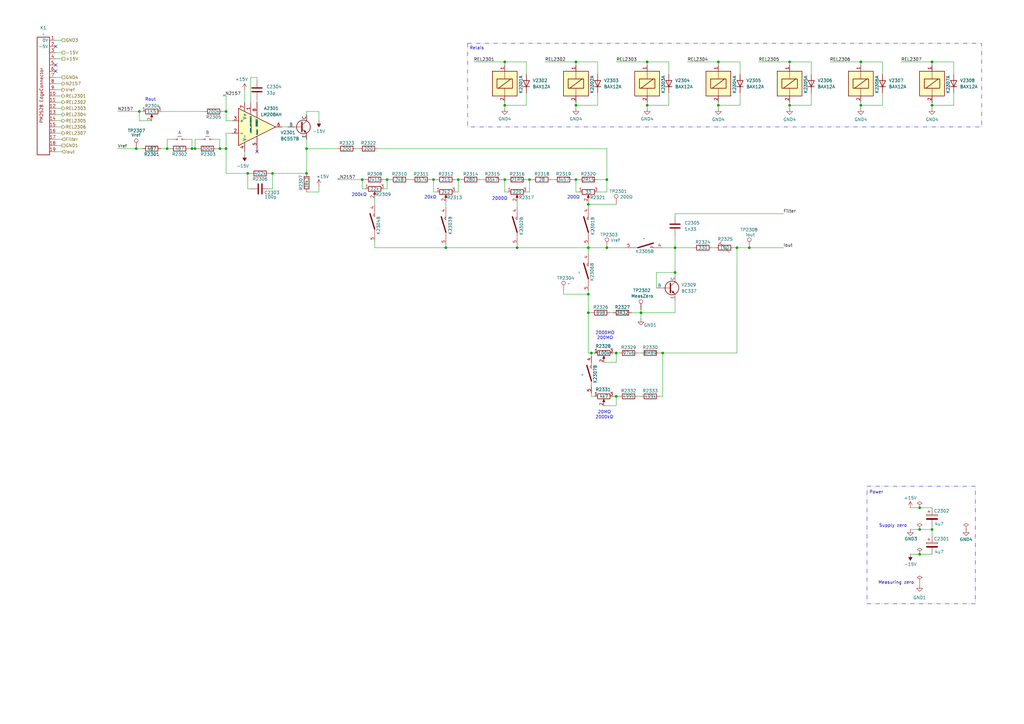
<source format=kicad_sch>
(kicad_sch (version 20250114) (generator "eeschema") (generator_version "9.0")
  (paper "A3")
  (title_block (title "Philips PM2528 - N23 (Current Source)") (date "2025-04-05"))
  (lib_symbols
    (symbol "Amplifier_Operational:AD8021AR"
      (property "Reference" "U" (at 1.27 7.62 0))
      (property "Value" "AD8021AR" (at 1.27 5.08 0))
      (symbol "AD8021AR_0_1"
        (polyline (pts (xy -7.62 7.62) (xy 7.62 0) (xy -7.62 -7.62) (xy -7.62 7.62)) (stroke (width 0.254)) (fill (type background)))
      )
      (symbol "AD8021AR_1_1"
        (pin input line (at -10.16 2.54 0) (length 2.54) (name "+") (number "3"))
        (pin input line (at -10.16 -2.54 0) (length 2.54) (name "-") (number "2"))
        (pin power_in line (at -5.08 10.16 270) (length 3.81) (name "V+") (number "7"))
        (pin power_in line (at -5.08 -10.16 90) (length 3.81) (name "V-") (number "4"))
        (pin input line (at -2.54 10.16 270) (length 5.08) (name "LOGIC_REFERENCE") (number "1"))
        (pin input line (at 0 10.16 270) (length 6.35) (name "~{DISABLE}") (number "8"))
        (pin passive line (at 0 -10.16 90) (length 6.35) (name "C_{COMP}") (number "5"))
        (pin output line (at 10.16 0 180) (length 2.54) (name "~") (number "6"))
      )
    )
    (symbol "Connector:TestPoint" (pin_numbers (hide yes)) (pin_names (offset 0.762) (hide yes))
      (property "Reference" "TP" (at 0 6.858 0))
      (property "Value" "TestPoint" (at 0 5.08 0))
      (symbol "TestPoint_0_1"
        (circle (center 0 3.302) (radius 0.762))
      )
      (symbol "TestPoint_1_1"
        (pin passive line (at 0 0 90) (length 2.54) (name "1") (number "1"))
      )
    )
    (symbol "Device:C" (pin_numbers (hide yes)) (pin_names (offset 0.254))
      (property "Reference" "C" (at 0.635 2.54 0))
      (property "Value" "C" (at 0.635 -2.54 0))
      (symbol "C_0_1"
        (polyline (pts (xy -2.032 0.762) (xy 2.032 0.762)) (stroke (width 0.508)))
        (polyline (pts (xy -2.032 -0.762) (xy 2.032 -0.762)) (stroke (width 0.508)))
      )
      (symbol "C_1_1"
        (pin passive line (at 0 3.81 270) (length 2.794) (name "~") (number "1"))
        (pin passive line (at 0 -3.81 90) (length 2.794) (name "~") (number "2"))
      )
    )
    (symbol "Device:C_Polarized" (pin_numbers (hide yes)) (pin_names (offset 0.254))
      (property "Reference" "C" (at 0.635 2.54 0))
      (property "Value" "C_Polarized" (at 0.635 -2.54 0))
      (symbol "C_Polarized_0_1"
        (rectangle (start -2.286 0.508) (end 2.286 1.016))
        (polyline (pts (xy -1.778 2.286) (xy -0.762 2.286)))
        (polyline (pts (xy -1.27 2.794) (xy -1.27 1.778)))
        (rectangle (start 2.286 -0.508) (end -2.286 -1.016) (fill (type outline)))
      )
      (symbol "C_Polarized_1_1"
        (pin passive line (at 0 3.81 270) (length 2.794) (name "~") (number "1"))
        (pin passive line (at 0 -3.81 90) (length 2.794) (name "~") (number "2"))
      )
    )
    (symbol "Device:R" (pin_numbers (hide yes)) (pin_names (offset 0))
      (property "Reference" "R" (at 2.032 0 90))
      (property "Value" "R" (at 0 0 90))
      (symbol "R_0_1"
        (rectangle (start -1.016 -2.54) (end 1.016 2.54) (stroke (width 0.254)))
      )
      (symbol "R_1_1"
        (pin passive line (at 0 3.81 270) (length 1.27) (name "~") (number "1"))
        (pin passive line (at 0 -3.81 90) (length 1.27) (name "~") (number "2"))
      )
    )
    (symbol "Device:R_Potentiometer" (pin_names (offset 1.016) (hide yes))
      (property "Reference" "RV" (at -4.445 0 90))
      (property "Value" "R_Potentiometer" (at -2.54 0 90))
      (symbol "R_Potentiometer_0_1"
        (rectangle (start 1.016 2.54) (end -1.016 -2.54) (stroke (width 0.254)))
        (polyline (pts (xy 1.143 0) (xy 2.286 0.508) (xy 2.286 -0.508) (xy 1.143 0)) (fill (type outline)))
        (polyline (pts (xy 2.54 0) (xy 1.524 0)))
      )
      (symbol "R_Potentiometer_1_1"
        (pin passive line (at 0 3.81 270) (length 1.27) (name "1") (number "1"))
        (pin passive line (at 0 -3.81 90) (length 1.27) (name "3") (number "3"))
        (pin passive line (at 3.81 0 180) (length 1.27) (name "2") (number "2"))
      )
    )
    (symbol "Device:R_Trim" (pin_numbers (hide yes)) (pin_names (offset 0))
      (property "Reference" "R" (at 2.54 -2.54 90))
      (property "Value" "R_Trim" (at -2.54 -0.635 90))
      (symbol "R_Trim_0_1"
        (polyline (pts (xy -1.905 -1.905) (xy 1.905 1.905) (xy 2.54 1.27) (xy 1.27 2.54)))
        (rectangle (start -1.016 -2.54) (end 1.016 2.54) (stroke (width 0.254)))
      )
      (symbol "R_Trim_1_1"
        (pin passive line (at 0 3.81 270) (length 1.27) (name "~") (number "1"))
        (pin passive line (at 0 -3.81 90) (length 1.27) (name "~") (number "2"))
      )
    )
    (symbol "Diode:1N4001" (pin_numbers (hide yes)) (pin_names (hide yes))
      (property "Reference" "D" (at 0 2.54 0))
      (property "Value" "1N4001" (at 0 -2.54 0))
      (symbol "1N4001_0_1"
        (polyline (pts (xy -1.27 1.27) (xy -1.27 -1.27)) (stroke (width 0.254)))
        (polyline (pts (xy 1.27 1.27) (xy 1.27 -1.27) (xy -1.27 0) (xy 1.27 1.27)) (stroke (width 0.254)))
        (polyline (pts (xy 1.27 0) (xy -1.27 0)))
      )
      (symbol "1N4001_1_1"
        (pin passive line (at -3.81 0 0) (length 2.54) (name "K") (number "1"))
        (pin passive line (at 3.81 0 180) (length 2.54) (name "A") (number "2"))
      )
    )
    (symbol "Jumper:Jumper_2_Small_Open" (pin_numbers (hide yes)) (pin_names (offset 0) (hide yes))
      (property "Reference" "JP" (at 0 2.794 0))
      (property "Value" "Jumper_2_Small_Open" (at 0 -2.286 0))
      (symbol "Jumper_2_Small_Open_0_0"
        (circle (center -1.016 0) (radius 0.254))
        (circle (center 1.016 0) (radius 0.254))
      )
      (symbol "Jumper_2_Small_Open_0_1"
        (arc (start -0.762 1.0196) (mid 0 1.2729) (end 0.762 1.0196))
      )
      (symbol "Jumper_2_Small_Open_1_1"
        (pin passive line (at -2.54 0 0) (length 1.27) (name "A") (number "1"))
        (pin passive line (at 2.54 0 180) (length 1.27) (name "B") (number "2"))
      )
    )
    (symbol "PM2528:PCBEdge_Plugincard"
      (property "Reference" "K" (at -0.508 25.4 0))
      (symbol "PCBEdge_Plugincard_1_1"
        (rectangle (start -2.54 24.13) (end 2.54 -24.13) (stroke (width 0.254)))
        (text "PM2528 EdgeConnector" (at -0.762 0.254 900) (effects (font (size 1.27 1.27))))
        (pin passive line (at 5.08 22.86 180) (length 2.54) (name "0V") (number "1"))
        (pin passive line (at 5.08 20.32 180) (length 2.54) (name "-5V") (number "2"))
        (pin passive line (at 5.08 17.78 180) (length 2.54) (name "") (number "3"))
        (pin passive line (at 5.08 15.24 180) (length 2.54) (name "") (number "4"))
        (pin passive line (at 5.08 12.7 180) (length 2.54) (name "") (number "5"))
        (pin passive line (at 5.08 10.16 180) (length 2.54) (name "") (number "6"))
        (pin passive line (at 5.08 7.62 180) (length 2.54) (name "") (number "7"))
        (pin passive line (at 5.08 5.08 180) (length 2.54) (name "") (number "8"))
        (pin passive line (at 5.08 2.54 180) (length 2.54) (name "") (number "9"))
        (pin passive line (at 5.08 0 180) (length 2.54) (name "") (number "10"))
        (pin passive line (at 5.08 -2.54 180) (length 2.54) (name "") (number "11"))
        (pin passive line (at 5.08 -5.08 180) (length 2.54) (name "") (number "12"))
        (pin passive line (at 5.08 -7.62 180) (length 2.54) (name "") (number "13"))
        (pin passive line (at 5.08 -10.16 180) (length 2.54) (name "") (number "14"))
        (pin passive line (at 5.08 -12.7 180) (length 2.54) (name "") (number "15"))
        (pin passive line (at 5.08 -15.24 180) (length 2.54) (name "") (number "16"))
        (pin passive line (at 5.08 -17.78 180) (length 2.54) (name "") (number "17"))
        (pin passive line (at 5.08 -20.32 180) (length 2.54) (name "") (number "18"))
        (pin passive line (at 5.08 -22.86 180) (length 2.54) (name "") (number "19"))
      )
    )
    (symbol "PM2528:RelaisSingleSplit"
      (property "Reference" "K" (at 0 0 0))
      (symbol "RelaisSingleSplit_1_1"
        (rectangle (start -7.62 7.62) (end 2.54 -2.54) (stroke (width 0.254)) (fill (type background)))
        (rectangle (start -5.715 4.445) (end 0.635 0.635) (stroke (width 0.254)))
        (polyline (pts (xy -5.08 0.635) (xy 0 4.445)) (stroke (width 0.254)))
        (polyline (pts (xy -2.54 7.62) (xy -2.54 4.445)))
        (polyline (pts (xy -2.54 -2.54) (xy -2.54 0.635)))
        (pin passive line (at -2.54 10.16 270) (length 2.54) (name "~") (number "1"))
        (pin passive line (at -2.54 -5.08 90) (length 2.54) (name "~") (number "2"))
      )
      (symbol "RelaisSingleSplit_2_1"
        (polyline (pts (xy 0 5.08) (xy 0 2.54) (xy -0.635 3.175) (xy 0 3.81)))
        (polyline (pts (xy 0 -2.54) (xy -1.905 3.81)) (stroke (width 0.508)))
        (polyline (pts (xy 0 -2.54) (xy 0 -5.08)))
        (pin passive line (at 0 7.62 270) (length 2.54) (name "~") (number "4"))
        (pin passive line (at 0 -7.62 90) (length 2.54) (name "~") (number "5"))
      )
    )
    (symbol "Simulation_SPICE:NPN" (pin_numbers (hide yes)) (pin_names (offset 0))
      (property "Reference" "Q" (at -2.54 7.62 0))
      (property "Value" "NPN" (at -2.54 5.08 0))
      (symbol "NPN_0_1"
        (polyline (pts (xy -2.54 0) (xy 0.635 0)) (stroke (width 0.1524)))
        (polyline (pts (xy 0.635 1.905) (xy 0.635 -1.905) (xy 0.635 -1.905)) (stroke (width 0.508)))
        (polyline (pts (xy 0.635 0.635) (xy 2.54 2.54)))
        (polyline (pts (xy 0.635 -0.635) (xy 2.54 -2.54) (xy 2.54 -2.54)))
        (circle (center 1.27 0) (radius 2.8194) (stroke (width 0.254)))
        (polyline (pts (xy 1.27 -1.778) (xy 1.778 -1.27) (xy 2.286 -2.286) (xy 1.27 -1.778) (xy 1.27 -1.778)) (fill (type outline)))
        (polyline (pts (xy 2.794 -1.27) (xy 2.794 -1.27)) (stroke (width 0.1524)))
        (polyline (pts (xy 2.794 -1.27) (xy 2.794 -1.27)) (stroke (width 0.1524)))
      )
      (symbol "NPN_1_1"
        (pin input line (at -5.08 0 0) (length 2.54) (name "B") (number "2"))
        (pin open_collector line (at 2.54 5.08 270) (length 2.54) (name "C") (number "1"))
        (pin open_emitter line (at 2.54 -5.08 90) (length 2.54) (name "E") (number "3"))
      )
    )
    (symbol "Simulation_SPICE:PNP" (pin_numbers (hide yes)) (pin_names (offset 0))
      (property "Reference" "Q" (at -2.54 7.62 0))
      (property "Value" "PNP" (at -2.54 5.08 0))
      (symbol "PNP_0_1"
        (polyline (pts (xy -2.54 0) (xy 0.635 0)) (stroke (width 0.1524)))
        (polyline (pts (xy 0.635 1.905) (xy 0.635 -1.905) (xy 0.635 -1.905)) (stroke (width 0.508)))
        (polyline (pts (xy 0.635 0.635) (xy 2.54 2.54)))
        (polyline (pts (xy 0.635 -0.635) (xy 2.54 -2.54) (xy 2.54 -2.54)))
        (circle (center 1.27 0) (radius 2.8194) (stroke (width 0.254)))
        (polyline (pts (xy 2.286 -1.778) (xy 1.778 -2.286) (xy 1.27 -1.27) (xy 2.286 -1.778) (xy 2.286 -1.778)) (fill (type outline)))
      )
      (symbol "PNP_1_1"
        (pin input line (at -5.08 0 0) (length 2.54) (name "B") (number "2"))
        (pin open_collector line (at 2.54 5.08 270) (length 2.54) (name "C") (number "1"))
        (pin open_emitter line (at 2.54 -5.08 90) (length 2.54) (name "E") (number "3"))
      )
    )
    (symbol "power:+15V" (power) (pin_numbers (hide yes)) (pin_names (offset 0) (hide yes))
      (property "Value" "+15V" (at 0 3.556 0))
      (symbol "+15V_0_1"
        (polyline (pts (xy -0.762 1.27) (xy 0 2.54)))
        (polyline (pts (xy 0 2.54) (xy 0.762 1.27)))
        (polyline (pts (xy 0 0) (xy 0 2.54)))
      )
      (symbol "+15V_1_1"
        (pin power_in line (at 0 0 90) (length 0) (name "~") (number "1"))
      )
    )
    (symbol "power:-15V" (power) (pin_numbers (hide yes)) (pin_names (offset 0) (hide yes))
      (property "Value" "-15V" (at 0 3.556 0))
      (symbol "-15V_0_0"
        (pin power_in line (at 0 0 90) (length 0) (name "~") (number "1"))
      )
      (symbol "-15V_0_1"
        (polyline (pts (xy 0 0) (xy 0 1.27) (xy 0.762 1.27) (xy 0 2.54) (xy -0.762 1.27) (xy 0 1.27)) (fill (type outline)))
      )
    )
    (symbol "power:GND1" (power) (pin_numbers (hide yes)) (pin_names (offset 0) (hide yes))
      (property "Value" "GND1" (at 0 -3.81 0))
      (symbol "GND1_0_1"
        (polyline (pts (xy 0 0) (xy 0 -1.27) (xy 1.27 -1.27) (xy 0 -2.54) (xy -1.27 -1.27) (xy 0 -1.27)))
      )
      (symbol "GND1_1_1"
        (pin power_in line (at 0 0 270) (length 0) (name "~") (number "1"))
      )
    )
    (symbol "power:GND3" (power) (pin_numbers (hide yes)) (pin_names (offset 0) (hide yes))
      (property "Value" "GND3" (at 0 -3.81 0))
      (symbol "GND3_0_1"
        (polyline (pts (xy 0 0) (xy 0 -1.27) (xy 1.27 -1.27) (xy 0 -2.54) (xy -1.27 -1.27) (xy 0 -1.27)))
      )
      (symbol "GND3_1_1"
        (pin power_in line (at 0 0 270) (length 0) (name "~") (number "1"))
      )
    )
    (symbol "power:PWR_FLAG" (power) (pin_numbers (hide yes)) (pin_names (offset 0) (hide yes))
      (property "Value" "PWR_FLAG" (at 0 3.81 0))
      (symbol "PWR_FLAG_0_0"
        (pin power_out line (at 0 0 90) (length 0) (name "~") (number "1"))
      )
      (symbol "PWR_FLAG_0_1"
        (polyline (pts (xy 0 0) (xy 0 1.27) (xy -1.016 1.905) (xy 0 2.54) (xy 1.016 1.905) (xy 0 1.27)))
      )
    )
  )
  (rectangle (start 191.77 17.78) (end 402.59 52.07) (stroke (width 0) (type dash_dot_dot)))
  (rectangle (start 355.6 199.39) (end 400.05 247.65) (stroke (width 0) (type dash_dot_dot)))
  (text "200Ω" (at 235.204 81.026 0) (effects (font (size 1.27 1.27))))
  (text "Power" (at 359.41 201.93 0) (effects (font (size 1.27 1.27))))
  (text "Measuring zero" (at 367.538 239.014 0) (effects (font (size 1.27 1.27))))
  (text "20kΩ" (at 176.53 81.026 0) (effects (font (size 1.27 1.27))))
  (text "2000MΩ\n200MΩ" (at 248.158 137.668 0) (effects (font (size 1.27 1.27))))
  (text "200kΩ" (at 147.32 80.01 0) (effects (font (size 1.27 1.27))))
  (text "20MΩ\n2000kΩ" (at 247.904 170.18 0) (effects (font (size 1.27 1.27))))
  (text "Relais" (at 195.58 19.812 0) (effects (font (size 1.27 1.27))))
  (text "2000Ω" (at 204.978 81.534 0) (effects (font (size 1.27 1.27))))
  (text "Rout" (at 61.722 40.894 0) (effects (font (size 1.27 1.27))))
  (text "Supply zero" (at 366.268 215.646 0) (effects (font (size 1.27 1.27))))
  (junction (at 276.86 101.6))
  (junction (at 323.85 43.18))
  (junction (at 92.71 45.72))
  (junction (at 252.73 144.78))
  (junction (at 207.01 73.66))
  (junction (at 248.92 101.6))
  (junction (at 125.73 60.96))
  (junction (at 353.06 25.4))
  (junction (at 177.8 73.66))
  (junction (at 236.22 43.18))
  (junction (at 265.43 25.4))
  (junction (at 241.3 128.27))
  (junction (at 382.27 43.18))
  (junction (at 236.22 25.4))
  (junction (at 252.73 162.56))
  (junction (at 302.26 101.6))
  (junction (at 242.57 144.78))
  (junction (at 207.01 25.4))
  (junction (at 111.76 71.12))
  (junction (at 241.3 83.82))
  (junction (at 294.64 43.18))
  (junction (at 158.75 73.66))
  (junction (at 271.78 144.78))
  (junction (at 377.19 208.28))
  (junction (at 307.34 101.6))
  (junction (at 262.89 128.27))
  (junction (at 377.19 217.17))
  (junction (at 57.15 45.72))
  (junction (at 248.92 73.66))
  (junction (at 90.17 60.96))
  (junction (at 207.01 43.18))
  (junction (at 377.19 227.33))
  (junction (at 241.3 120.65))
  (junction (at 236.22 73.66))
  (junction (at 382.27 25.4))
  (junction (at 68.58 60.96))
  (junction (at 276.86 111.76))
  (junction (at 382.27 217.17))
  (junction (at 241.3 101.6))
  (junction (at 92.71 60.96))
  (junction (at 217.17 73.66))
  (junction (at 55.88 60.96))
  (junction (at 80.01 60.96))
  (junction (at 125.73 71.12))
  (junction (at 148.59 73.66))
  (junction (at 101.6 71.12))
  (junction (at 353.06 43.18))
  (junction (at 323.85 25.4))
  (junction (at 265.43 43.18))
  (junction (at 212.09 101.6))
  (junction (at 182.88 101.6))
  (junction (at 187.96 73.66))
  (junction (at 294.64 25.4))
  (junction (at 78.74 60.96))
  (no_connect (at 105.41 62.23))
  (no_connect (at 22.86 29.21))
  (no_connect (at 22.86 19.05))
  (no_connect (at 22.86 26.67))
  (wire (pts (xy 302.26 101.6) (xy 302.26 144.78)))
  (wire (pts (xy 90.17 57.15) (xy 90.17 60.96)))
  (wire (pts (xy 91.44 45.72) (xy 92.71 45.72)))
  (wire (pts (xy 252.73 144.78) (xy 254 144.78)))
  (wire (pts (xy 187.96 73.66) (xy 189.23 73.66)))
  (wire (pts (xy 205.74 73.66) (xy 207.01 73.66)))
  (wire (pts (xy 271.78 144.78) (xy 302.26 144.78)))
  (wire (pts (xy 251.46 144.78) (xy 252.73 144.78)))
  (wire (pts (xy 323.85 44.45) (xy 323.85 43.18)))
  (wire (pts (xy 111.76 71.12) (xy 125.73 71.12)))
  (wire (pts (xy 292.1 101.6) (xy 293.37 101.6)))
  (wire (pts (xy 149.86 73.66) (xy 148.59 73.66)))
  (wire (pts (xy 130.81 78.74) (xy 130.81 76.2)))
  (wire (pts (xy 125.73 46.99) (xy 125.73 45.72)))
  (wire (pts (xy 207.01 25.4) (xy 207.01 26.67)))
  (wire (pts (xy 276.86 101.6) (xy 276.86 111.76)))
  (wire (pts (xy 241.3 119.38) (xy 241.3 120.65)))
  (wire (pts (xy 251.46 162.56) (xy 252.73 162.56)))
  (wire (pts (xy 276.86 111.76) (xy 276.86 113.03)))
  (wire (pts (xy 245.11 43.18) (xy 236.22 43.18)))
  (wire (pts (xy 177.8 78.74) (xy 177.8 73.66)))
  (wire (pts (xy 261.62 144.78) (xy 262.89 144.78)))
  (wire (pts (xy 48.26 45.72) (xy 57.15 45.72)))
  (wire (pts (xy 323.85 25.4) (xy 323.85 26.67)))
  (wire (pts (xy 66.04 60.96) (xy 68.58 60.96)))
  (wire (pts (xy 241.3 144.78) (xy 242.57 144.78)))
  (wire (pts (xy 252.73 25.4) (xy 265.43 25.4)))
  (wire (pts (xy 125.73 60.96) (xy 125.73 57.15)))
  (wire (pts (xy 276.86 101.6) (xy 284.48 101.6)))
  (wire (pts (xy 102.87 71.12) (xy 101.6 71.12)))
  (wire (pts (xy 300.99 101.6) (xy 302.26 101.6)))
  (wire (pts (xy 102.87 31.75) (xy 105.41 31.75)))
  (wire (pts (xy 274.32 38.1) (xy 274.32 43.18)))
  (wire (pts (xy 71.12 57.15) (xy 68.58 57.15)))
  (wire (pts (xy 276.86 128.27) (xy 262.89 128.27)))
  (wire (pts (xy 262.89 127) (xy 262.89 128.27)))
  (wire (pts (xy 373.38 227.33) (xy 377.19 227.33)))
  (wire (pts (xy 270.51 144.78) (xy 271.78 144.78)))
  (wire (pts (xy 248.92 73.66) (xy 248.92 60.96)))
  (wire (pts (xy 382.27 217.17) (xy 382.27 219.71)))
  (wire (pts (xy 90.17 60.96) (xy 92.71 60.96)))
  (wire (pts (xy 265.43 25.4) (xy 274.32 25.4)))
  (wire (pts (xy 22.86 24.13) (xy 25.4 24.13)))
  (wire (pts (xy 274.32 43.18) (xy 265.43 43.18)))
  (wire (pts (xy 247.65 166.37) (xy 252.73 166.37)))
  (wire (pts (xy 294.64 25.4) (xy 294.64 26.67)))
  (wire (pts (xy 207.01 25.4) (xy 215.9 25.4)))
  (wire (pts (xy 125.73 60.96) (xy 138.43 60.96)))
  (wire (pts (xy 167.64 73.66) (xy 168.91 73.66)))
  (wire (pts (xy 377.19 238.76) (xy 377.19 240.03)))
  (wire (pts (xy 62.23 49.53) (xy 57.15 49.53)))
  (wire (pts (xy 265.43 44.45) (xy 265.43 43.18)))
  (wire (pts (xy 215.9 78.74) (xy 217.17 78.74)))
  (wire (pts (xy 269.24 111.76) (xy 276.86 111.76)))
  (wire (pts (xy 307.34 101.6) (xy 321.31 101.6)))
  (wire (pts (xy 236.22 43.18) (xy 236.22 41.91)))
  (wire (pts (xy 248.92 101.6) (xy 256.54 101.6)))
  (wire (pts (xy 361.95 43.18) (xy 353.06 43.18)))
  (wire (pts (xy 182.88 101.6) (xy 212.09 101.6)))
  (wire (pts (xy 252.73 162.56) (xy 254 162.56)))
  (wire (pts (xy 91.44 39.37) (xy 92.71 39.37)))
  (wire (pts (xy 252.73 148.59) (xy 252.73 144.78)))
  (wire (pts (xy 270.51 162.56) (xy 271.78 162.56)))
  (wire (pts (xy 382.27 43.18) (xy 382.27 41.91)))
  (wire (pts (xy 353.06 25.4) (xy 361.95 25.4)))
  (wire (pts (xy 369.57 25.4) (xy 382.27 25.4)))
  (wire (pts (xy 22.86 39.37) (xy 25.4 39.37)))
  (wire (pts (xy 148.59 73.66) (xy 148.59 77.47)))
  (wire (pts (xy 373.38 217.17) (xy 377.19 217.17)))
  (wire (pts (xy 22.86 31.75) (xy 25.4 31.75)))
  (wire (pts (xy 100.33 36.83) (xy 100.33 41.91)))
  (wire (pts (xy 391.16 43.18) (xy 382.27 43.18)))
  (wire (pts (xy 276.86 123.19) (xy 276.86 128.27)))
  (wire (pts (xy 130.81 45.72) (xy 130.81 49.53)))
  (wire (pts (xy 303.53 38.1) (xy 303.53 43.18)))
  (wire (pts (xy 236.22 78.74) (xy 236.22 73.66)))
  (wire (pts (xy 248.92 78.74) (xy 248.92 73.66)))
  (wire (pts (xy 276.86 87.63) (xy 276.86 88.9)))
  (wire (pts (xy 80.01 57.15) (xy 80.01 60.96)))
  (wire (pts (xy 88.9 60.96) (xy 90.17 60.96)))
  (wire (pts (xy 377.19 217.17) (xy 382.27 217.17)))
  (wire (pts (xy 382.27 215.9) (xy 382.27 217.17)))
  (wire (pts (xy 158.75 77.47) (xy 158.75 73.66)))
  (wire (pts (xy 207.01 44.45) (xy 207.01 43.18)))
  (wire (pts (xy 186.69 73.66) (xy 187.96 73.66)))
  (wire (pts (xy 22.86 59.69) (xy 25.4 59.69)))
  (wire (pts (xy 361.95 38.1) (xy 361.95 43.18)))
  (wire (pts (xy 57.15 49.53) (xy 57.15 45.72)))
  (wire (pts (xy 78.74 60.96) (xy 80.01 60.96)))
  (wire (pts (xy 361.95 25.4) (xy 361.95 30.48)))
  (wire (pts (xy 148.59 77.47) (xy 149.86 77.47)))
  (wire (pts (xy 92.71 71.12) (xy 92.71 60.96)))
  (wire (pts (xy 271.78 144.78) (xy 271.78 162.56)))
  (wire (pts (xy 245.11 25.4) (xy 245.11 30.48)))
  (wire (pts (xy 111.76 77.47) (xy 111.76 71.12)))
  (wire (pts (xy 92.71 54.61) (xy 95.25 54.61)))
  (wire (pts (xy 207.01 43.18) (xy 207.01 41.91)))
  (wire (pts (xy 22.86 36.83) (xy 25.4 36.83)))
  (wire (pts (xy 332.74 43.18) (xy 323.85 43.18)))
  (wire (pts (xy 241.3 128.27) (xy 241.3 144.78)))
  (wire (pts (xy 250.19 128.27) (xy 251.46 128.27)))
  (wire (pts (xy 353.06 25.4) (xy 353.06 26.67)))
  (wire (pts (xy 248.92 60.96) (xy 154.94 60.96)))
  (wire (pts (xy 115.57 52.07) (xy 118.11 52.07)))
  (wire (pts (xy 241.3 128.27) (xy 242.57 128.27)))
  (wire (pts (xy 261.62 162.56) (xy 262.89 162.56)))
  (wire (pts (xy 208.28 78.74) (xy 207.01 78.74)))
  (wire (pts (xy 215.9 38.1) (xy 215.9 43.18)))
  (wire (pts (xy 207.01 73.66) (xy 208.28 73.66)))
  (wire (pts (xy 252.73 166.37) (xy 252.73 162.56)))
  (wire (pts (xy 223.52 25.4) (xy 236.22 25.4)))
  (wire (pts (xy 196.85 73.66) (xy 198.12 73.66)))
  (wire (pts (xy 177.8 73.66) (xy 179.07 73.66)))
  (wire (pts (xy 157.48 73.66) (xy 158.75 73.66)))
  (wire (pts (xy 294.64 44.45) (xy 294.64 43.18)))
  (wire (pts (xy 22.86 52.07) (xy 25.4 52.07)))
  (wire (pts (xy 215.9 43.18) (xy 207.01 43.18)))
  (wire (pts (xy 332.74 25.4) (xy 332.74 30.48)))
  (wire (pts (xy 303.53 25.4) (xy 303.53 30.48)))
  (wire (pts (xy 78.74 57.15) (xy 76.2 57.15)))
  (wire (pts (xy 265.43 43.18) (xy 265.43 41.91)))
  (wire (pts (xy 55.88 60.96) (xy 58.42 60.96)))
  (wire (pts (xy 245.11 38.1) (xy 245.11 43.18)))
  (wire (pts (xy 294.64 43.18) (xy 294.64 41.91)))
  (wire (pts (xy 237.49 78.74) (xy 236.22 78.74)))
  (wire (pts (xy 22.86 62.23) (xy 25.4 62.23)))
  (wire (pts (xy 68.58 60.96) (xy 69.85 60.96)))
  (wire (pts (xy 245.11 73.66) (xy 248.92 73.66)))
  (wire (pts (xy 242.57 146.05) (xy 242.57 144.78)))
  (wire (pts (xy 212.09 100.33) (xy 212.09 101.6)))
  (wire (pts (xy 391.16 38.1) (xy 391.16 43.18)))
  (wire (pts (xy 179.07 78.74) (xy 177.8 78.74)))
  (wire (pts (xy 247.65 148.59) (xy 252.73 148.59)))
  (wire (pts (xy 281.94 25.4) (xy 294.64 25.4)))
  (wire (pts (xy 231.14 120.65) (xy 241.3 120.65)))
  (wire (pts (xy 302.26 101.6) (xy 307.34 101.6)))
  (wire (pts (xy 22.86 49.53) (xy 25.4 49.53)))
  (wire (pts (xy 100.33 62.23) (xy 100.33 63.5)))
  (wire (pts (xy 236.22 25.4) (xy 245.11 25.4)))
  (wire (pts (xy 110.49 77.47) (xy 111.76 77.47)))
  (wire (pts (xy 276.86 96.52) (xy 276.86 101.6)))
  (wire (pts (xy 353.06 43.18) (xy 353.06 41.91)))
  (wire (pts (xy 92.71 49.53) (xy 95.25 49.53)))
  (wire (pts (xy 245.11 78.74) (xy 248.92 78.74)))
  (wire (pts (xy 80.01 60.96) (xy 81.28 60.96)))
  (wire (pts (xy 182.88 82.55) (xy 182.88 85.09)))
  (wire (pts (xy 125.73 71.12) (xy 125.73 60.96)))
  (wire (pts (xy 153.67 81.28) (xy 153.67 83.82)))
  (wire (pts (xy 377.19 227.33) (xy 382.27 227.33)))
  (wire (pts (xy 241.3 82.55) (xy 241.3 83.82)))
  (wire (pts (xy 92.71 54.61) (xy 92.71 60.96)))
  (wire (pts (xy 146.05 60.96) (xy 147.32 60.96)))
  (wire (pts (xy 382.27 25.4) (xy 391.16 25.4)))
  (wire (pts (xy 153.67 101.6) (xy 182.88 101.6)))
  (wire (pts (xy 262.89 128.27) (xy 262.89 130.81)))
  (wire (pts (xy 274.32 25.4) (xy 274.32 30.48)))
  (wire (pts (xy 187.96 78.74) (xy 187.96 73.66)))
  (wire (pts (xy 125.73 78.74) (xy 130.81 78.74)))
  (wire (pts (xy 66.04 45.72) (xy 83.82 45.72)))
  (wire (pts (xy 241.3 100.33) (xy 241.3 101.6)))
  (wire (pts (xy 271.78 101.6) (xy 276.86 101.6)))
  (wire (pts (xy 92.71 39.37) (xy 92.71 45.72)))
  (wire (pts (xy 265.43 25.4) (xy 265.43 26.67)))
  (wire (pts (xy 382.27 44.45) (xy 382.27 43.18)))
  (wire (pts (xy 110.49 71.12) (xy 111.76 71.12)))
  (wire (pts (xy 212.09 101.6) (xy 241.3 101.6)))
  (wire (pts (xy 217.17 73.66) (xy 218.44 73.66)))
  (wire (pts (xy 311.15 25.4) (xy 323.85 25.4)))
  (wire (pts (xy 259.08 128.27) (xy 262.89 128.27)))
  (wire (pts (xy 234.95 73.66) (xy 236.22 73.66)))
  (wire (pts (xy 87.63 57.15) (xy 90.17 57.15)))
  (wire (pts (xy 323.85 25.4) (xy 332.74 25.4)))
  (wire (pts (xy 215.9 25.4) (xy 215.9 30.48)))
  (wire (pts (xy 101.6 77.47) (xy 101.6 71.12)))
  (wire (pts (xy 182.88 100.33) (xy 182.88 101.6)))
  (wire (pts (xy 236.22 44.45) (xy 236.22 43.18)))
  (wire (pts (xy 22.86 21.59) (xy 25.4 21.59)))
  (wire (pts (xy 105.41 31.75) (xy 105.41 33.02)))
  (wire (pts (xy 22.86 46.99) (xy 25.4 46.99)))
  (wire (pts (xy 242.57 144.78) (xy 243.84 144.78)))
  (wire (pts (xy 78.74 57.15) (xy 78.74 60.96)))
  (wire (pts (xy 241.3 120.65) (xy 241.3 128.27)))
  (wire (pts (xy 138.43 73.66) (xy 148.59 73.66)))
  (wire (pts (xy 82.55 57.15) (xy 80.01 57.15)))
  (wire (pts (xy 176.53 73.66) (xy 177.8 73.66)))
  (wire (pts (xy 294.64 25.4) (xy 303.53 25.4)))
  (wire (pts (xy 22.86 44.45) (xy 25.4 44.45)))
  (wire (pts (xy 332.74 38.1) (xy 332.74 43.18)))
  (wire (pts (xy 101.6 71.12) (xy 92.71 71.12)))
  (wire (pts (xy 102.87 41.91) (xy 102.87 31.75)))
  (wire (pts (xy 241.3 101.6) (xy 248.92 101.6)))
  (wire (pts (xy 382.27 25.4) (xy 382.27 26.67)))
  (wire (pts (xy 241.3 83.82) (xy 241.3 85.09)))
  (wire (pts (xy 236.22 73.66) (xy 237.49 73.66)))
  (wire (pts (xy 269.24 118.11) (xy 269.24 111.76)))
  (wire (pts (xy 242.57 162.56) (xy 243.84 162.56)))
  (wire (pts (xy 22.86 34.29) (xy 25.4 34.29)))
  (wire (pts (xy 226.06 73.66) (xy 227.33 73.66)))
  (wire (pts (xy 241.3 101.6) (xy 241.3 104.14)))
  (wire (pts (xy 323.85 43.18) (xy 323.85 41.91)))
  (wire (pts (xy 231.14 120.65) (xy 231.14 119.38)))
  (wire (pts (xy 373.38 208.28) (xy 377.19 208.28)))
  (wire (pts (xy 105.41 40.64) (xy 105.41 41.91)))
  (wire (pts (xy 68.58 57.15) (xy 68.58 60.96)))
  (wire (pts (xy 125.73 45.72) (xy 130.81 45.72)))
  (wire (pts (xy 242.57 161.29) (xy 242.57 162.56)))
  (wire (pts (xy 186.69 78.74) (xy 187.96 78.74)))
  (wire (pts (xy 215.9 73.66) (xy 217.17 73.66)))
  (wire (pts (xy 377.19 208.28) (xy 382.27 208.28)))
  (wire (pts (xy 158.75 73.66) (xy 160.02 73.66)))
  (wire (pts (xy 321.31 87.63) (xy 276.86 87.63)))
  (wire (pts (xy 241.3 83.82) (xy 252.73 83.82)))
  (wire (pts (xy 236.22 25.4) (xy 236.22 26.67)))
  (wire (pts (xy 194.31 25.4) (xy 207.01 25.4)))
  (wire (pts (xy 217.17 78.74) (xy 217.17 73.66)))
  (wire (pts (xy 353.06 44.45) (xy 353.06 43.18)))
  (wire (pts (xy 57.15 45.72) (xy 58.42 45.72)))
  (wire (pts (xy 22.86 54.61) (xy 25.4 54.61)))
  (wire (pts (xy 22.86 16.51) (xy 25.4 16.51)))
  (wire (pts (xy 212.09 82.55) (xy 212.09 85.09)))
  (wire (pts (xy 391.16 25.4) (xy 391.16 30.48)))
  (wire (pts (xy 22.86 41.91) (xy 25.4 41.91)))
  (wire (pts (xy 303.53 43.18) (xy 294.64 43.18)))
  (wire (pts (xy 22.86 57.15) (xy 25.4 57.15)))
  (wire (pts (xy 92.71 45.72) (xy 92.71 49.53)))
  (wire (pts (xy 207.01 78.74) (xy 207.01 73.66)))
  (wire (pts (xy 77.47 60.96) (xy 78.74 60.96)))
  (wire (pts (xy 102.87 77.47) (xy 101.6 77.47)))
  (wire (pts (xy 157.48 77.47) (xy 158.75 77.47)))
  (wire (pts (xy 48.26 60.96) (xy 55.88 60.96)))
  (wire (pts (xy 340.36 25.4) (xy 353.06 25.4)))
  (wire (pts (xy 153.67 99.06) (xy 153.67 101.6)))
  (label "REL2301" (at 194.31 25.4 0))
  (label "REL2305" (at 311.15 25.4 0))
  (label "Vref" (at 48.26 60.96 0))
  (label "_N2157" (at 91.44 39.37 0))
  (label "REL2304" (at 281.94 25.4 0))
  (label "REL2302" (at 223.52 25.4 0))
  (label "N2157" (at 48.26 45.72 0))
  (label "_N2157" (at 138.43 73.66 0))
  (label "Iout" (at 321.31 101.6 0))
  (label "REL2306" (at 340.36 25.4 0))
  (label "REL2303" (at 252.73 25.4 0))
  (label "Filter" (at 321.31 87.63 0))
  (label "REL2307" (at 369.57 25.4 0))
  (hierarchical_label "+15V" (shape passive) (at 25.4 24.13 0))
  (hierarchical_label "REL2306" (shape output) (at 25.4 52.07 0))
  (hierarchical_label "Iout" (shape input) (at 25.4 62.23 0))
  (hierarchical_label "GND3" (shape passive) (at 25.4 16.51 0))
  (hierarchical_label "REL2303" (shape output) (at 25.4 44.45 0))
  (hierarchical_label "REL2302" (shape output) (at 25.4 41.91 0))
  (hierarchical_label "Filter" (shape input) (at 25.4 57.15 0))
  (hierarchical_label "GND1" (shape passive) (at 25.4 59.69 0))
  (hierarchical_label "REL2304" (shape output) (at 25.4 46.99 0))
  (hierarchical_label "N2157" (shape output) (at 25.4 34.29 0))
  (hierarchical_label "Vref" (shape output) (at 25.4 36.83 0))
  (hierarchical_label "-15V" (shape passive) (at 25.4 21.59 0))
  (hierarchical_label "REL2301" (shape output) (at 25.4 39.37 0))
  (hierarchical_label "GND4" (shape passive) (at 25.4 31.75 0))
  (hierarchical_label "REL2305" (shape output) (at 25.4 49.53 0))
  (hierarchical_label "REL2307" (shape output) (at 25.4 54.61 0))
  (symbol (lib_id "Device:R") (at 87.63 45.72 90) (unit 1)
    (property "Reference" "R2305" (at 87.63 48.006 90))
    (property "Value" "200k" (at 87.63 45.72 90))
    (property "Description" "Resistor" (effects (hide yes)))
  )
  (symbol (lib_id "Device:R_Trim") (at 297.18 101.6 90) (unit 1)
    (property "Reference" "R2325" (at 297.434 98.044 90))
    (property "Value" "100" (at 297.18 101.6 90))
    (property "Description" "Trimmable resistor (preset resistor)" (effects (hide yes)))
  )
  (symbol (lib_id "Device:R") (at 151.13 60.96 90) (mirror x) (unit 1)
    (property "Reference" "R2322" (at 151.13 58.674 90))
    (property "Value" "200" (at 151.13 60.96 90))
    (property "Description" "Resistor" (effects (hide yes)))
  )
  (symbol (lib_id "Device:R") (at 241.3 73.66 90) (mirror x) (unit 1)
    (property "Reference" "R2320" (at 241.3 71.374 90))
    (property "Value" "2R15" (at 241.3 73.66 90))
    (property "Description" "Resistor" (effects (hide yes)))
  )
  (symbol (lib_id "Device:R_Potentiometer") (at 182.88 78.74 90) (mirror x) (unit 1)
    (property "Reference" "R2313" (at 186.436 81.026 90))
    (property "Value" "2k2" (at 182.88 78.74 90))
    (property "Description" "Potentiometer" (effects (hide yes)))
  )
  (symbol (lib_id "Device:R") (at 142.24 60.96 90) (mirror x) (unit 1)
    (property "Reference" "R2323" (at 142.24 58.674 90))
    (property "Value" "200" (at 142.24 60.96 90))
    (property "Description" "Resistor" (effects (hide yes)))
  )
  (symbol (lib_id "Device:R") (at 163.83 73.66 90) (mirror x) (unit 1)
    (property "Reference" "R2310" (at 163.83 71.374 90))
    (property "Value" "2k8" (at 163.83 73.66 90))
    (property "Description" "Resistor" (effects (hide yes)))
  )
  (symbol (lib_id "Device:R") (at 246.38 128.27 90) (mirror x) (unit 1)
    (property "Reference" "R2326" (at 246.38 125.984 90))
    (property "Value" "898" (at 246.38 128.27 90))
    (property "Description" "Resistor" (effects (hide yes)))
  )
  (symbol (lib_id "power:-15V") (at 100.33 63.5 180) (unit 1)
    (property "Reference" "#PWR012" (effects (hide yes)))
    (property "Value" "-15V" (at 99.568 68.072 0))
    (property "Description" "Power symbol creates a global label with name \"-15V\"" (effects (hide yes)))
  )
  (symbol (lib_id "Device:R") (at 153.67 73.66 90) (mirror x) (unit 1)
    (property "Reference" "R2308" (at 153.67 71.374 90))
    (property "Value" "2k15" (at 153.67 73.66 90))
    (property "Description" "Resistor" (effects (hide yes)))
  )
  (symbol (lib_id "Diode:1N4001") (at 361.95 34.29 90) (unit 1)
    (property "Reference" "V2307" (at 364.49 33.0199 90) (effects (justify right)))
    (property "Value" "BAX12A" (at 364.49 35.5599 90) (effects (justify right)))
    (property "Footprint" "Diode_THT:D_DO-41_SOD81_P10.16mm_Horizontal" (effects (hide yes)))
    (property "Datasheet" "http://www.vishay.com/docs/88503/1n4001.pdf" (effects (hide yes)))
    (property "Description" "50V 1A General Purpose Rectifier Diode, DO-41" (effects (hide yes)))
    (property "Sim.Device" "D" (effects (hide yes)))
    (property "Sim.Pins" "1=K 2=A" (effects (hide yes)))
  )
  (symbol (lib_id "Connector:TestPoint") (at 262.89 127 0) (unit 1)
    (property "Reference" "TP2302" (at 259.588 119.126 0) (effects (justify left)))
    (property "Value" "MeasZero" (at 258.826 121.412 0) (effects (justify left)))
    (property "Description" "test point" (effects (hide yes)))
  )
  (symbol (lib_id "power:PWR_FLAG") (at 377.19 208.28 0) (unit 1)
    (property "Reference" "#FLG01" (effects (hide yes)))
    (property "Value" "PWR_FLAG" (effects (hide yes)))
    (property "Description" "Special symbol for telling ERC where power comes from" (effects (hide yes)))
  )
  (symbol (lib_id "power:GND3") (at 294.64 44.45 0) (unit 1)
    (property "Reference" "#PWR05" (effects (hide yes)))
    (property "Value" "GND4" (at 294.64 49.022 0))
    (property "Description" "Power symbol creates a global label with name \"GND3\" , ground" (effects (hide yes)))
  )
  (symbol (lib_id "Diode:1N4001") (at 332.74 34.29 90) (unit 1)
    (property "Reference" "V2306" (at 335.28 33.0199 90) (effects (justify right)))
    (property "Value" "BAX12A" (at 335.28 35.5599 90) (effects (justify right)))
    (property "Footprint" "Diode_THT:D_DO-41_SOD81_P10.16mm_Horizontal" (effects (hide yes)))
    (property "Datasheet" "http://www.vishay.com/docs/88503/1n4001.pdf" (effects (hide yes)))
    (property "Description" "50V 1A General Purpose Rectifier Diode, DO-41" (effects (hide yes)))
    (property "Sim.Device" "D" (effects (hide yes)))
    (property "Sim.Pins" "1=K 2=A" (effects (hide yes)))
  )
  (symbol (lib_id "Device:R") (at 222.25 73.66 90) (mirror x) (unit 1)
    (property "Reference" "R2318" (at 222.25 71.374 90))
    (property "Value" "28" (at 222.25 73.66 90))
    (property "Description" "Resistor" (effects (hide yes)))
  )
  (symbol (lib_id "Device:R") (at 201.93 73.66 90) (mirror x) (unit 1)
    (property "Reference" "R2315" (at 201.93 71.374 90))
    (property "Value" "35k7" (at 201.93 73.66 90))
    (property "Description" "Resistor" (effects (hide yes)))
  )
  (symbol (lib_id "Device:R") (at 182.88 73.66 90) (mirror x) (unit 1)
    (property "Reference" "R2312" (at 182.88 71.374 90))
    (property "Value" "215" (at 182.88 73.66 90))
    (property "Description" "Resistor" (effects (hide yes)))
  )
  (symbol (lib_id "power:PWR_FLAG") (at 377.19 217.17 0) (unit 1)
    (property "Reference" "#FLG02" (effects (hide yes)))
    (property "Value" "PWR_FLAG" (effects (hide yes)))
    (property "Description" "Special symbol for telling ERC where power comes from" (effects (hide yes)))
  )
  (symbol (lib_id "Jumper:Jumper_2_Small_Open") (at 85.09 57.15 0) (unit 1)
    (property "Reference" "JP2" (effects (hide yes)))
    (property "Value" "B" (at 85.09 54.356 0))
    (property "Description" "Jumper, 2-pole, small symbol, open" (effects (hide yes)))
  )
  (symbol (lib_id "Device:R") (at 257.81 162.56 90) (mirror x) (unit 1)
    (property "Reference" "R2332" (at 257.81 160.274 90))
    (property "Value" "499k" (at 257.81 162.56 90))
    (property "Description" "Resistor" (effects (hide yes)))
  )
  (symbol (lib_id "power:+15V") (at 373.38 208.28 0) (unit 1)
    (property "Reference" "#PWR011" (effects (hide yes)))
    (property "Value" "+15V" (at 373.38 204.216 0))
    (property "Description" "Power symbol creates a global label with name \"+15V\"" (effects (hide yes)))
  )
  (symbol (lib_id "Device:C") (at 105.41 36.83 0) (unit 1)
    (property "Reference" "C2304" (at 109.22 35.5599 0) (effects (justify left)))
    (property "Value" "33p" (at 109.22 38.0999 0) (effects (justify left)))
    (property "Description" "Unpolarized capacitor" (effects (hide yes)))
  )
  (symbol (lib_id "power:GND3") (at 373.38 217.17 0) (unit 1)
    (property "Reference" "#PWR01" (effects (hide yes)))
    (property "Value" "GND3" (at 373.634 220.98 0))
    (property "Description" "Power symbol creates a global label with name \"GND3\" , ground" (effects (hide yes)))
  )
  (symbol (lib_id "Simulation_SPICE:NPN") (at 274.32 118.11 0) (unit 1)
    (property "Reference" "V2309" (at 279.4 116.8399 0) (effects (justify left)))
    (property "Value" "BC337" (at 279.4 119.3799 0) (effects (justify left)))
    (property "Datasheet" "https://ngspice.sourceforge.io/docs/ngspice-html-manual/manual.xhtml#cha_BJTs" (effects (hide yes)))
    (property "Description" "Bipolar transistor symbol for simulation only, substrate tied to the emitter" (effects (hide yes)))
    (property "Sim.Device" "NPN" (effects (hide yes)))
    (property "Sim.Type" "GUMMELPOON" (effects (hide yes)))
    (property "Sim.Pins" "1=C 2=B 3=E" (effects (hide yes)))
  )
  (symbol (lib_id "Device:R") (at 106.68 71.12 90) (unit 1)
    (property "Reference" "R2306" (at 106.68 73.406 90))
    (property "Value" "402k" (at 106.68 71.12 90))
    (property "Description" "Resistor" (effects (hide yes)))
  )
  (symbol (lib_id "Device:C_Polarized") (at 382.27 212.09 0) (unit 1)
    (property "Reference" "C2302" (at 383.032 209.55 0) (effects (justify left)))
    (property "Value" "4u7" (at 383.286 214.884 0) (effects (justify left)))
    (property "Description" "Polarized capacitor" (effects (hide yes)))
  )
  (symbol (lib_id "Diode:1N4001") (at 303.53 34.29 90) (unit 1)
    (property "Reference" "V2305" (at 306.07 33.0199 90) (effects (justify right)))
    (property "Value" "BAX12A" (at 306.07 35.5599 90) (effects (justify right)))
    (property "Footprint" "Diode_THT:D_DO-41_SOD81_P10.16mm_Horizontal" (effects (hide yes)))
    (property "Datasheet" "http://www.vishay.com/docs/88503/1n4001.pdf" (effects (hide yes)))
    (property "Description" "50V 1A General Purpose Rectifier Diode, DO-41" (effects (hide yes)))
    (property "Sim.Device" "D" (effects (hide yes)))
    (property "Sim.Pins" "1=K 2=A" (effects (hide yes)))
  )
  (symbol (lib_id "power:GND3") (at 377.19 240.03 0) (unit 1)
    (property "Reference" "#PWR09" (effects (hide yes)))
    (property "Value" "GND1" (at 377.19 245.11 0))
    (property "Description" "Power symbol creates a global label with name \"GND3\" , ground" (effects (hide yes)))
  )
  (symbol (lib_id "Device:R") (at 257.81 144.78 90) (mirror x) (unit 1)
    (property "Reference" "R2329" (at 257.81 142.494 90))
    (property "Value" "97k6" (at 257.81 144.78 90))
    (property "Description" "Resistor" (effects (hide yes)))
  )
  (symbol (lib_id "Connector:TestPoint") (at 231.14 119.38 0) (unit 1)
    (property "Reference" "TP2304" (at 228.346 114.046 0) (effects (justify left)))
    (property "Value" "~" (at 232.664 116.332 0) (effects (justify left)))
    (property "Description" "test point" (effects (hide yes)))
  )
  (symbol (lib_id "Diode:1N4001") (at 391.16 34.29 90) (unit 1)
    (property "Reference" "V2308" (at 393.7 33.0199 90) (effects (justify right)))
    (property "Value" "BAX12A" (at 393.7 35.5599 90) (effects (justify right)))
    (property "Footprint" "Diode_THT:D_DO-41_SOD81_P10.16mm_Horizontal" (effects (hide yes)))
    (property "Datasheet" "http://www.vishay.com/docs/88503/1n4001.pdf" (effects (hide yes)))
    (property "Description" "50V 1A General Purpose Rectifier Diode, DO-41" (effects (hide yes)))
    (property "Sim.Device" "D" (effects (hide yes)))
    (property "Sim.Pins" "1=K 2=A" (effects (hide yes)))
  )
  (symbol (lib_id "PM2528:RelaisSingleSplit") (at 355.6 36.83 0) (unit 1)
    (property "Reference" "K2306" (at 359.664 38.354 90) (effects (justify left)))
    (property "Value" "~" (at 359.41 35.56 0) (effects (justify left)))
  )
  (symbol (lib_id "Device:R") (at 62.23 60.96 90) (unit 1)
    (property "Reference" "R2301" (at 62.23 63.246 90))
    (property "Value" "487" (at 62.23 60.96 90))
    (property "Description" "Resistor" (effects (hide yes)))
  )
  (symbol (lib_id "Device:R") (at 193.04 73.66 90) (mirror x) (unit 1)
    (property "Reference" "R2314" (at 193.04 71.374 90))
    (property "Value" "280" (at 193.04 73.66 90))
    (property "Description" "Resistor" (effects (hide yes)))
  )
  (symbol (lib_id "Device:R") (at 266.7 144.78 90) (mirror x) (unit 1)
    (property "Reference" "R2330" (at 266.7 142.494 90))
    (property "Value" "8M89" (at 266.7 144.78 90))
    (property "Description" "Resistor" (effects (hide yes)))
  )
  (symbol (lib_id "Amplifier_Operational:AD8021AR") (at 105.41 52.07 0) (unit 1)
    (property "Reference" "A2301" (at 111.252 44.45 0))
    (property "Value" "LM208AH" (at 111.252 46.99 0))
    (property "Footprint" "Package_SO:SOIC-8_3.9x4.9mm_P1.27mm" (effects (hide yes)))
    (property "Datasheet" "https://www.analog.com/media/en/technical-documentation/data-sheets/AD8021.pdf" (effects (hide yes)))
    (property "Description" "Operational Amplifier, 4.5-24V single/dual supply, low noise, high speed, SOIC-8" (effects (hide yes)))
  )
  (symbol (lib_id "Connector:TestPoint") (at 248.92 101.6 0) (unit 1)
    (property "Reference" "TP2303" (at 246.126 96.266 0) (effects (justify left)))
    (property "Value" "Vref" (at 250.444 98.552 0) (effects (justify left)))
    (property "Description" "test point" (effects (hide yes)))
  )
  (symbol (lib_id "Device:R_Potentiometer") (at 247.65 144.78 90) (mirror x) (unit 1)
    (property "Reference" "R2328" (at 247.396 141.986 90))
    (property "Value" "100k" (at 247.65 144.78 90))
    (property "Description" "Potentiometer" (effects (hide yes)))
  )
  (symbol (lib_id "PM2528:RelaisSingleSplit") (at 238.76 36.83 0) (unit 1)
    (property "Reference" "K2302" (at 242.824 38.354 90) (effects (justify left)))
    (property "Value" "~" (at 242.57 35.56 0) (effects (justify left)))
  )
  (symbol (lib_id "power:GND3") (at 382.27 44.45 0) (unit 1)
    (property "Reference" "#PWR08" (effects (hide yes)))
    (property "Value" "GND4" (at 382.27 49.022 0))
    (property "Description" "Power symbol creates a global label with name \"GND3\" , ground" (effects (hide yes)))
  )
  (symbol (lib_id "Device:C") (at 276.86 92.71 180) (unit 1)
    (property "Reference" "C2305" (at 280.67 91.4399 0) (effects (justify right)))
    (property "Value" "1n33" (at 280.67 93.9799 0) (effects (justify right)))
    (property "Description" "Unpolarized capacitor" (effects (hide yes)))
  )
  (symbol (lib_id "Device:R") (at 212.09 73.66 90) (mirror x) (unit 1)
    (property "Reference" "R2316" (at 212.09 71.374 90))
    (property "Value" "21R5" (at 212.09 73.66 90))
    (property "Description" "Resistor" (effects (hide yes)))
  )
  (symbol (lib_id "power:GND3") (at 353.06 44.45 0) (unit 1)
    (property "Reference" "#PWR07" (effects (hide yes)))
    (property "Value" "GND4" (at 353.06 49.022 0))
    (property "Description" "Power symbol creates a global label with name \"GND3\" , ground" (effects (hide yes)))
  )
  (symbol (lib_id "power:GND3") (at 396.24 217.17 0) (unit 1)
    (property "Reference" "#PWR0101" (effects (hide yes)))
    (property "Value" "GND4" (at 396.24 221.234 0))
    (property "Description" "Power symbol creates a global label with name \"GND3\" , ground" (effects (hide yes)))
  )
  (symbol (lib_id "PM2528:RelaisSingleSplit") (at 153.67 91.44 0) (unit 2)
    (property "Reference" "K2304" (at 155.194 96.266 90) (effects (justify left)))
    (property "Value" "~" (at 154.94 92.71 0) (effects (justify left)))
  )
  (symbol (lib_id "Simulation_SPICE:PNP") (at 123.19 52.07 0) (unit 1)
    (property "Reference" "V2301" (at 115.062 54.356 0) (effects (justify left)))
    (property "Value" "BC557B" (at 115.062 56.896 0) (effects (justify left)))
    (property "Datasheet" "https://ngspice.sourceforge.io/docs/ngspice-html-manual/manual.xhtml#cha_BJTs" (effects (hide yes)))
    (property "Description" "Bipolar transistor symbol for simulation only, substrate tied to the emitter" (effects (hide yes)))
    (property "Sim.Device" "PNP" (effects (hide yes)))
    (property "Sim.Type" "GUMMELPOON" (effects (hide yes)))
    (property "Sim.Pins" "1=C 2=B 3=E" (effects (hide yes)))
  )
  (symbol (lib_id "power:PWR_FLAG") (at 377.19 238.76 0) (unit 1)
    (property "Reference" "#FLG05" (effects (hide yes)))
    (property "Value" "PWR_FLAG" (effects (hide yes)))
    (property "Description" "Special symbol for telling ERC where power comes from" (effects (hide yes)))
  )
  (symbol (lib_id "Jumper:Jumper_2_Small_Open") (at 73.66 57.15 0) (unit 1)
    (property "Reference" "JP1" (effects (hide yes)))
    (property "Value" "A" (at 73.66 54.356 0))
    (property "Description" "Jumper, 2-pole, small symbol, open" (effects (hide yes)))
  )
  (symbol (lib_id "Connector:TestPoint") (at 55.88 60.96 0) (unit 1)
    (property "Reference" "TP2307" (at 52.324 53.594 0) (effects (justify left)))
    (property "Value" "Vref" (at 53.848 55.372 0) (effects (justify left)))
    (property "Description" "test point" (effects (hide yes)))
  )
  (symbol (lib_id "Connector:TestPoint") (at 252.73 83.82 0) (unit 1)
    (property "Reference" "TP2301" (at 249.936 78.486 0) (effects (justify left)))
    (property "Value" "200Ω" (at 254.254 80.772 0) (effects (justify left)))
    (property "Description" "test point" (effects (hide yes)))
  )
  (symbol (lib_id "Device:R") (at 288.29 101.6 90) (mirror x) (unit 1)
    (property "Reference" "R2324" (at 288.29 99.314 90))
    (property "Value" "330" (at 288.29 101.6 90))
    (property "Description" "Resistor" (effects (hide yes)))
  )
  (symbol (lib_id "Device:R") (at 85.09 60.96 90) (unit 1)
    (property "Reference" "R2303" (at 85.344 63.246 90))
    (property "Value" "200k" (at 85.09 60.96 90))
    (property "Description" "Resistor" (effects (hide yes)))
  )
  (symbol (lib_id "PM2528:RelaisSingleSplit") (at 297.18 36.83 0) (unit 1)
    (property "Reference" "K2304" (at 301.244 38.354 90) (effects (justify left)))
    (property "Value" "~" (at 300.99 35.56 0) (effects (justify left)))
  )
  (symbol (lib_id "Device:C_Polarized") (at 382.27 223.52 0) (unit 1)
    (property "Reference" "C2301" (at 383.032 220.98 0) (effects (justify left)))
    (property "Value" "4u7" (at 383.286 226.314 0) (effects (justify left)))
    (property "Description" "Polarized capacitor" (effects (hide yes)))
  )
  (symbol (lib_id "PM2528:PCBEdge_Plugincard") (at 17.78 39.37 0) (unit 1)
    (property "Reference" "K1" (at 17.78 11.43 0))
    (property "Value" "~" (at 17.78 13.97 0))
    (property "Footprint" "PM2528:PM2528_RiserCardConnector" (effects (hide yes)))
  )
  (symbol (lib_id "Diode:1N4001") (at 215.9 34.29 90) (unit 1)
    (property "Reference" "V2302" (at 218.44 33.0199 90) (effects (justify right)))
    (property "Value" "BAX12A" (at 218.44 35.5599 90) (effects (justify right)))
    (property "Footprint" "Diode_THT:D_DO-41_SOD81_P10.16mm_Horizontal" (effects (hide yes)))
    (property "Datasheet" "http://www.vishay.com/docs/88503/1n4001.pdf" (effects (hide yes)))
    (property "Description" "50V 1A General Purpose Rectifier Diode, DO-41" (effects (hide yes)))
    (property "Sim.Device" "D" (effects (hide yes)))
    (property "Sim.Pins" "1=K 2=A" (effects (hide yes)))
  )
  (symbol (lib_id "PM2528:RelaisSingleSplit") (at 209.55 36.83 0) (unit 1)
    (property "Reference" "K2301" (at 213.614 38.354 90) (effects (justify left)))
    (property "Value" "~" (at 213.36 35.56 0) (effects (justify left)))
  )
  (symbol (lib_id "Device:R") (at 255.27 128.27 90) (mirror x) (unit 1)
    (property "Reference" "R2327" (at 255.27 125.984 90))
    (property "Value" "3R32" (at 255.27 128.27 90))
    (property "Description" "Resistor" (effects (hide yes)))
  )
  (symbol (lib_id "Device:R_Potentiometer") (at 247.65 162.56 90) (mirror x) (unit 1)
    (property "Reference" "R2331" (at 247.396 159.766 90))
    (property "Value" "4k7" (at 247.65 162.56 90))
    (property "Description" "Potentiometer" (effects (hide yes)))
  )
  (symbol (lib_id "power:GND3") (at 207.01 44.45 0) (unit 1)
    (property "Reference" "#PWR04" (effects (hide yes)))
    (property "Value" "GND4" (at 207.01 48.768 0))
    (property "Description" "Power symbol creates a global label with name \"GND3\" , ground" (effects (hide yes)))
  )
  (symbol (lib_id "power:PWR_FLAG") (at 396.24 217.17 0) (unit 1)
    (property "Reference" "#FLG04" (effects (hide yes)))
    (property "Value" "PWR_FLAG" (effects (hide yes)))
    (property "Description" "Special symbol for telling ERC where power comes from" (effects (hide yes)))
  )
  (symbol (lib_id "power:GND3") (at 265.43 44.45 0) (unit 1)
    (property "Reference" "#PWR03" (effects (hide yes)))
    (property "Value" "GND4" (at 265.43 48.768 0))
    (property "Description" "Power symbol creates a global label with name \"GND3\" , ground" (effects (hide yes)))
  )
  (symbol (lib_id "power:GND3") (at 236.22 44.45 0) (unit 1)
    (property "Reference" "#PWR02" (effects (hide yes)))
    (property "Value" "GND4" (at 236.22 48.768 0))
    (property "Description" "Power symbol creates a global label with name \"GND3\" , ground" (effects (hide yes)))
  )
  (symbol (lib_id "Diode:1N4001") (at 245.11 34.29 90) (unit 1)
    (property "Reference" "V2303" (at 247.65 33.0199 90) (effects (justify right)))
    (property "Value" "BAX12A" (at 247.65 35.5599 90) (effects (justify right)))
    (property "Footprint" "Diode_THT:D_DO-41_SOD81_P10.16mm_Horizontal" (effects (hide yes)))
    (property "Datasheet" "http://www.vishay.com/docs/88503/1n4001.pdf" (effects (hide yes)))
    (property "Description" "50V 1A General Purpose Rectifier Diode, DO-41" (effects (hide yes)))
    (property "Sim.Device" "D" (effects (hide yes)))
    (property "Sim.Pins" "1=K 2=A" (effects (hide yes)))
  )
  (symbol (lib_id "PM2528:RelaisSingleSplit") (at 241.3 111.76 0) (unit 2)
    (property "Reference" "K2306" (at 242.824 111.506 90))
    (property "Value" "~" (at 237.49 111.76 90))
  )
  (symbol (lib_id "Diode:1N4001") (at 274.32 34.29 90) (unit 1)
    (property "Reference" "V2304" (at 276.86 33.0199 90) (effects (justify right)))
    (property "Value" "BAX12A" (at 276.86 35.5599 90) (effects (justify right)))
    (property "Footprint" "Diode_THT:D_DO-41_SOD81_P10.16mm_Horizontal" (effects (hide yes)))
    (property "Datasheet" "http://www.vishay.com/docs/88503/1n4001.pdf" (effects (hide yes)))
    (property "Description" "50V 1A General Purpose Rectifier Diode, DO-41" (effects (hide yes)))
    (property "Sim.Device" "D" (effects (hide yes)))
    (property "Sim.Pins" "1=K 2=A" (effects (hide yes)))
  )
  (symbol (lib_id "PM2528:RelaisSingleSplit") (at 326.39 36.83 0) (unit 1)
    (property "Reference" "K2305" (at 330.454 38.354 90) (effects (justify left)))
    (property "Value" "~" (at 330.2 35.56 0) (effects (justify left)))
  )
  (symbol (lib_id "Device:R_Potentiometer") (at 212.09 78.74 90) (mirror x) (unit 1)
    (property "Reference" "R2317" (at 215.9 81.026 90))
    (property "Value" "220" (at 212.09 78.74 90))
    (property "Description" "Potentiometer" (effects (hide yes)))
  )
  (symbol (lib_id "Device:R") (at 125.73 74.93 180) (unit 1)
    (property "Reference" "R2307" (at 123.444 74.93 90))
    (property "Value" "38k3" (at 125.73 74.93 90))
    (property "Description" "Resistor" (effects (hide yes)))
  )
  (symbol (lib_id "power:+15V") (at 130.81 76.2 0) (unit 1)
    (property "Reference" "#PWR014" (effects (hide yes)))
    (property "Value" "+15V" (at 132.334 72.39 0))
    (property "Description" "Power symbol creates a global label with name \"+15V\"" (effects (hide yes)))
  )
  (symbol (lib_id "Device:R") (at 172.72 73.66 90) (mirror x) (unit 1)
    (property "Reference" "R2311" (at 172.72 71.374 90))
    (property "Value" "357k" (at 172.72 73.66 90))
    (property "Description" "Resistor" (effects (hide yes)))
  )
  (symbol (lib_id "PM2528:RelaisSingleSplit") (at 267.97 36.83 0) (unit 1)
    (property "Reference" "K2303" (at 272.034 38.354 90) (effects (justify left)))
    (property "Value" "~" (at 271.78 35.56 0) (effects (justify left)))
  )
  (symbol (lib_id "PM2528:RelaisSingleSplit") (at 241.3 92.71 0) (unit 2)
    (property "Reference" "K2301" (at 243.078 96.52 90) (effects (justify left)))
    (property "Value" "~" (at 242.57 93.98 0) (effects (justify left)))
  )
  (symbol (lib_id "power:-15V") (at 373.38 227.33 180) (unit 1)
    (property "Reference" "#PWR013" (effects (hide yes)))
    (property "Value" "-15V" (at 373.38 231.394 0))
    (property "Description" "Power symbol creates a global label with name \"-15V\"" (effects (hide yes)))
  )
  (symbol (lib_id "Device:R_Potentiometer") (at 153.67 77.47 90) (mirror x) (unit 1)
    (property "Reference" "R2309" (at 157.226 79.756 90))
    (property "Value" "22k" (at 153.67 77.47 90))
    (property "Description" "Potentiometer" (effects (hide yes)))
  )
  (symbol (lib_id "Device:R") (at 73.66 60.96 90) (unit 1)
    (property "Reference" "R2302" (at 73.66 63.246 90))
    (property "Value" "487" (at 73.66 60.96 90))
    (property "Description" "Resistor" (effects (hide yes)))
  )
  (symbol (lib_id "power:PWR_FLAG") (at 377.19 227.33 0) (unit 1)
    (property "Reference" "#FLG03" (effects (hide yes)))
    (property "Value" "PWR_FLAG" (effects (hide yes)))
    (property "Description" "Special symbol for telling ERC where power comes from" (effects (hide yes)))
  )
  (symbol (lib_id "power:+15V") (at 100.33 36.83 0) (unit 1)
    (property "Reference" "#PWR010" (effects (hide yes)))
    (property "Value" "+15V" (at 99.06 32.512 0))
    (property "Description" "Power symbol creates a global label with name \"+15V\"" (effects (hide yes)))
  )
  (symbol (lib_id "PM2528:RelaisSingleSplit") (at 384.81 36.83 0) (unit 1)
    (property "Reference" "K2307" (at 388.874 38.354 90) (effects (justify left)))
    (property "Value" "~" (at 388.62 35.56 0) (effects (justify left)))
  )
  (symbol (lib_id "power:GND3") (at 323.85 44.45 0) (unit 1)
    (property "Reference" "#PWR06" (effects (hide yes)))
    (property "Value" "GND4" (at 323.85 49.022 0))
    (property "Description" "Power symbol creates a global label with name \"GND3\" , ground" (effects (hide yes)))
  )
  (symbol (lib_id "Device:R_Potentiometer") (at 62.23 45.72 90) (mirror x) (unit 1)
    (property "Reference" "R2304" (at 62.484 43.434 90))
    (property "Value" "1K5" (at 62.23 45.72 90))
    (property "Description" "Potentiometer" (effects (hide yes)))
  )
  (symbol (lib_id "PM2528:RelaisSingleSplit") (at 212.09 92.71 0) (unit 2)
    (property "Reference" "K2302" (at 213.868 96.52 90) (effects (justify left)))
    (property "Value" "~" (at 213.36 93.98 0) (effects (justify left)))
  )
  (symbol (lib_id "Device:R") (at 266.7 162.56 90) (mirror x) (unit 1)
    (property "Reference" "R2333" (at 266.7 160.274 90))
    (property "Value" "499k" (at 266.7 162.56 90))
    (property "Description" "Resistor" (effects (hide yes)))
  )
  (symbol (lib_id "PM2528:RelaisSingleSplit") (at 264.16 101.6 270) (unit 2)
    (property "Reference" "K2305" (at 264.414 103.124 90))
    (property "Value" "~" (at 264.16 97.79 90))
  )
  (symbol (lib_id "power:GND1") (at 262.89 130.81 0) (unit 1)
    (property "Reference" "#PWR016" (effects (hide yes)))
    (property "Value" "GND1" (at 266.7 133.35 0))
    (property "Description" "Power symbol creates a global label with name \"GND1\" , ground" (effects (hide yes)))
  )
  (symbol (lib_id "PM2528:RelaisSingleSplit") (at 182.88 92.71 0) (unit 2)
    (property "Reference" "K2303" (at 184.658 96.266 90) (effects (justify left)))
    (property "Value" "~" (at 184.15 93.98 0) (effects (justify left)))
  )
  (symbol (lib_id "Device:R_Potentiometer") (at 241.3 78.74 90) (mirror x) (unit 1)
    (property "Reference" "R2321" (at 245.11 81.026 90))
    (property "Value" "33" (at 241.3 78.74 90))
    (property "Description" "Potentiometer" (effects (hide yes)))
  )
  (symbol (lib_id "PM2528:RelaisSingleSplit") (at 242.57 153.67 0) (unit 2)
    (property "Reference" "K2307" (at 244.094 153.416 90))
    (property "Value" "~" (at 238.76 153.67 90))
  )
  (symbol (lib_id "Connector:TestPoint") (at 307.34 101.6 0) (unit 1)
    (property "Reference" "TP2308" (at 303.53 94.234 0) (effects (justify left)))
    (property "Value" "Iout" (at 305.816 96.266 0) (effects (justify left)))
    (property "Description" "test point" (effects (hide yes)))
  )
  (symbol (lib_id "Device:R") (at 231.14 73.66 90) (mirror x) (unit 1)
    (property "Reference" "R2319" (at 231.14 71.374 90))
    (property "Value" "3k57" (at 231.14 73.66 90))
    (property "Description" "Resistor" (effects (hide yes)))
  )
  (symbol (lib_id "Device:C") (at 106.68 77.47 270) (unit 1)
    (property "Reference" "C2303" (at 111.506 78.994 90))
    (property "Value" "100p" (at 110.998 80.772 90))
    (property "Description" "Unpolarized capacitor" (effects (hide yes)))
  )
  (symbol (lib_id "power:-15V") (at 130.81 49.53 180) (unit 1)
    (property "Reference" "#PWR015" (effects (hide yes)))
    (property "Value" "-15V" (at 130.81 53.848 0))
    (property "Description" "Power symbol creates a global label with name \"-15V\"" (effects (hide yes)))
  )
)
</source>
